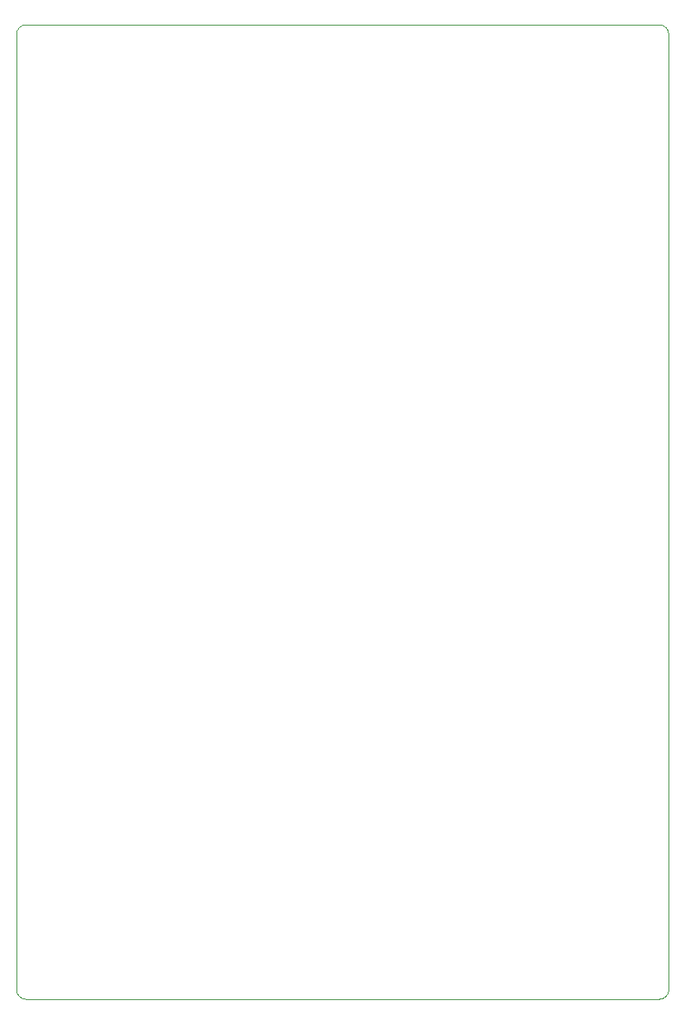
<source format=gbr>
G04 #@! TF.GenerationSoftware,KiCad,Pcbnew,(5.1.5)-3*
G04 #@! TF.CreationDate,2020-11-01T13:08:26+00:00*
G04 #@! TF.ProjectId,SCSIAdaptor,53435349-4164-4617-9074-6f722e6b6963,rev?*
G04 #@! TF.SameCoordinates,Original*
G04 #@! TF.FileFunction,Profile,NP*
%FSLAX46Y46*%
G04 Gerber Fmt 4.6, Leading zero omitted, Abs format (unit mm)*
G04 Created by KiCad (PCBNEW (5.1.5)-3) date 2020-11-01 13:08:26*
%MOMM*%
%LPD*%
G04 APERTURE LIST*
%ADD10C,0.050000*%
G04 APERTURE END LIST*
D10*
X176000000Y-141000000D02*
G75*
G02X175000000Y-142000000I-1000000J0D01*
G01*
X110000000Y-142000000D02*
G75*
G02X109000000Y-141000000I0J1000000D01*
G01*
X109000000Y-43000000D02*
G75*
G02X110000000Y-42000000I1000000J0D01*
G01*
X175000000Y-42000000D02*
G75*
G02X176000000Y-43000000I0J-1000000D01*
G01*
X109000000Y-141000000D02*
X109000000Y-43000000D01*
X175000000Y-142000000D02*
X110000000Y-142000000D01*
X176000000Y-43000000D02*
X176000000Y-141000000D01*
X110000000Y-42000000D02*
X175000000Y-42000000D01*
M02*

</source>
